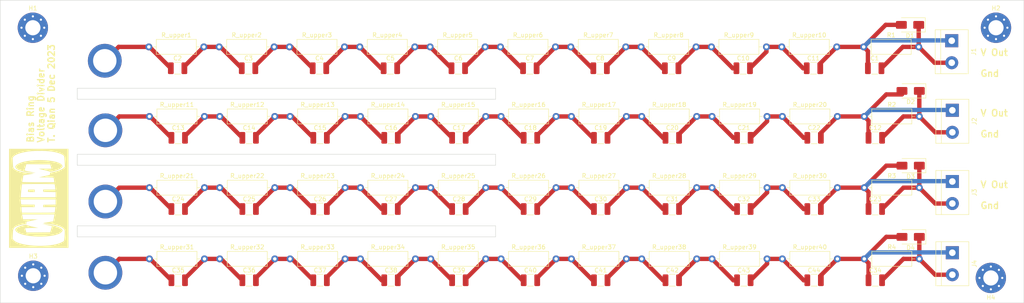
<source format=kicad_pcb>
(kicad_pcb (version 20221018) (generator pcbnew)

  (general
    (thickness 1.6)
  )

  (paper "A2")
  (layers
    (0 "F.Cu" signal)
    (31 "B.Cu" signal)
    (32 "B.Adhes" user "B.Adhesive")
    (33 "F.Adhes" user "F.Adhesive")
    (34 "B.Paste" user)
    (35 "F.Paste" user)
    (36 "B.SilkS" user "B.Silkscreen")
    (37 "F.SilkS" user "F.Silkscreen")
    (38 "B.Mask" user)
    (39 "F.Mask" user)
    (40 "Dwgs.User" user "User.Drawings")
    (41 "Cmts.User" user "User.Comments")
    (42 "Eco1.User" user "User.Eco1")
    (43 "Eco2.User" user "User.Eco2")
    (44 "Edge.Cuts" user)
    (45 "Margin" user)
    (46 "B.CrtYd" user "B.Courtyard")
    (47 "F.CrtYd" user "F.Courtyard")
    (48 "B.Fab" user)
    (49 "F.Fab" user)
    (50 "User.1" user)
    (51 "User.2" user)
    (52 "User.3" user)
    (53 "User.4" user)
    (54 "User.5" user)
    (55 "User.6" user)
    (56 "User.7" user)
    (57 "User.8" user)
    (58 "User.9" user)
  )

  (setup
    (pad_to_mask_clearance 0)
    (pcbplotparams
      (layerselection 0x00010fc_ffffffff)
      (plot_on_all_layers_selection 0x0000000_00000000)
      (disableapertmacros false)
      (usegerberextensions false)
      (usegerberattributes true)
      (usegerberadvancedattributes true)
      (creategerberjobfile true)
      (dashed_line_dash_ratio 12.000000)
      (dashed_line_gap_ratio 3.000000)
      (svgprecision 4)
      (plotframeref false)
      (viasonmask false)
      (mode 1)
      (useauxorigin false)
      (hpglpennumber 1)
      (hpglpenspeed 20)
      (hpglpendiameter 15.000000)
      (dxfpolygonmode true)
      (dxfimperialunits true)
      (dxfusepcbnewfont true)
      (psnegative false)
      (psa4output false)
      (plotreference true)
      (plotvalue true)
      (plotinvisibletext false)
      (sketchpadsonfab false)
      (subtractmaskfromsilk false)
      (outputformat 1)
      (mirror false)
      (drillshape 1)
      (scaleselection 1)
      (outputdirectory "")
    )
  )

  (net 0 "")
  (net 1 "V_out")
  (net 2 "Earth")
  (net 3 "V_in")
  (net 4 "Net-(C13-Pad2)")
  (net 5 "Net-(C14-Pad2)")
  (net 6 "Net-(C15-Pad2)")
  (net 7 "Net-(C16-Pad2)")
  (net 8 "Net-(C17-Pad2)")
  (net 9 "Net-(C18-Pad2)")
  (net 10 "Net-(C19-Pad2)")
  (net 11 "Net-(C20-Pad2)")
  (net 12 "Net-(C21-Pad2)")
  (net 13 "Net-(C24-Pad2)")
  (net 14 "Net-(C25-Pad2)")
  (net 15 "Net-(C26-Pad2)")
  (net 16 "Net-(C27-Pad2)")
  (net 17 "Net-(C28-Pad2)")
  (net 18 "Net-(C29-Pad2)")
  (net 19 "Net-(C30-Pad2)")
  (net 20 "Net-(C31-Pad2)")
  (net 21 "Net-(C32-Pad2)")
  (net 22 "Net-(C35-Pad2)")
  (net 23 "Net-(C36-Pad2)")
  (net 24 "Net-(C37-Pad2)")
  (net 25 "Net-(C38-Pad2)")
  (net 26 "Net-(C39-Pad2)")
  (net 27 "Net-(C40-Pad2)")
  (net 28 "Net-(C41-Pad2)")
  (net 29 "Net-(C42-Pad2)")
  (net 30 "Net-(C43-Pad2)")
  (net 31 "Net-(C2-Pad2)")
  (net 32 "Net-(C3-Pad2)")
  (net 33 "Net-(C4-Pad2)")
  (net 34 "Net-(C5-Pad2)")
  (net 35 "Net-(C6-Pad2)")
  (net 36 "Net-(C7-Pad2)")
  (net 37 "Net-(C8-Pad2)")
  (net 38 "Net-(C10-Pad1)")
  (net 39 "Net-(C10-Pad2)")

  (footprint "Capacitor_SMD:C_1210_3225Metric_Pad1.33x2.70mm_HandSolder" (layer "F.Cu") (at 147.753615 58.42))

  (footprint "Capacitor_SMD:C_1210_3225Metric_Pad1.33x2.70mm_HandSolder" (layer "F.Cu") (at 147.753615 74.853888))

  (footprint "Capacitor_SMD:C_1210_3225Metric_Pad1.33x2.70mm_HandSolder" (layer "F.Cu") (at 213.208615 91.287776))

  (footprint "Resistor_THT:R_Axial_DIN0309_L9.0mm_D3.2mm_P12.70mm_Horizontal" (layer "F.Cu") (at 189.653331 69.926112))

  (footprint "Capacitor_SMD:C_1210_3225Metric_Pad1.33x2.70mm_HandSolder" (layer "F.Cu") (at 66.473615 58.42))

  (footprint "TerminalBlock:TerminalBlock_bornier-2_P5.08mm" (layer "F.Cu") (at 245.11 52.07 -90))

  (footprint "Resistor_THT:R_Axial_DIN0309_L9.0mm_D3.2mm_P12.70mm_Horizontal" (layer "F.Cu") (at 224.79 86.36))

  (footprint "Capacitor_SMD:C_1210_3225Metric_Pad1.33x2.70mm_HandSolder" (layer "F.Cu") (at 196.85 42.366664))

  (footprint "Capacitor_SMD:C_1210_3225Metric_Pad1.33x2.70mm_HandSolder" (layer "F.Cu") (at 196.991115 91.287776))

  (footprint "Capacitor_SMD:C_1210_3225Metric_Pad1.33x2.70mm_HandSolder" (layer "F.Cu") (at 99.211391 91.287776))

  (footprint "Resistor_THT:R_Axial_DIN0309_L9.0mm_D3.2mm_P12.70mm_Horizontal" (layer "F.Cu") (at 189.653331 53.492224))

  (footprint "Capacitor_SMD:C_1210_3225Metric_Pad1.33x2.70mm_HandSolder" (layer "F.Cu") (at 163.971115 74.853888))

  (footprint "MountingHole:MountingHole_3.5mm_Pad_Via" (layer "F.Cu") (at 255.185 33.02))

  (footprint "Capacitor_SMD:C_1210_3225Metric_Pad1.33x2.70mm_HandSolder" (layer "F.Cu") (at 180.34 42.366664))

  (footprint "Resistor_THT:R_Axial_DIN0309_L9.0mm_D3.2mm_P12.70mm_Horizontal" (layer "F.Cu") (at 59.831115 86.36))

  (footprint "Capacitor_SMD:C_1210_3225Metric_Pad1.33x2.70mm_HandSolder" (layer "F.Cu") (at 99.211391 58.42))

  (footprint "MountingHole:My_Mount_Pad" (layer "F.Cu") (at 49.53 40.64))

  (footprint "Resistor_THT:R_Axial_DIN0309_L9.0mm_D3.2mm_P12.70mm_Horizontal" (layer "F.Cu") (at 157.197777 69.926112))

  (footprint "Resistor_THT:R_Axial_DIN0309_L9.0mm_D3.2mm_P12.70mm_Horizontal" (layer "F.Cu") (at 173.425554 69.926112))

  (footprint "Resistor_THT:R_Axial_DIN0309_L9.0mm_D3.2mm_P12.70mm_Horizontal" (layer "F.Cu") (at 140.828885 37.438888))

  (footprint "Capacitor_SMD:C_1210_3225Metric_Pad1.33x2.70mm_HandSolder" (layer "F.Cu") (at 213.0675 42.366664))

  (footprint "Capacitor_SMD:C_1210_3225Metric_Pad1.33x2.70mm_HandSolder" (layer "F.Cu") (at 227.33 74.853888))

  (footprint "Capacitor_SMD:C_1210_3225Metric_Pad1.33x2.70mm_HandSolder" (layer "F.Cu") (at 82.842503 74.853888))

  (footprint "TerminalBlock:TerminalBlock_bornier-2_P5.08mm" (layer "F.Cu") (at 245.11 68.503888 -90))

  (footprint "MountingHole:MountingHole_3.5mm_Pad_Via" (layer "F.Cu") (at 32.935 33.02))

  (footprint "Resistor_THT:R_Axial_DIN0309_L9.0mm_D3.2mm_P12.70mm_Horizontal" (layer "F.Cu") (at 224.648885 37.438888))

  (footprint "Capacitor_SMD:C_1210_3225Metric_Pad1.33x2.70mm_HandSolder" (layer "F.Cu") (at 115.439164 42.366664))

  (footprint "Resistor_THT:R_Axial_DIN0309_L9.0mm_D3.2mm_P12.70mm_Horizontal" (layer "F.Cu") (at 205.881115 86.36))

  (footprint "Resistor_THT:R_Axial_DIN0309_L9.0mm_D3.2mm_P12.70mm_Horizontal" (layer "F.Cu") (at 157.197777 53.492224))

  (footprint "Resistor_THT:R_Axial_DIN0309_L9.0mm_D3.2mm_P12.70mm_Horizontal" (layer "F.Cu") (at 140.97 53.492224))

  (footprint "Capacitor_SMD:C_1210_3225Metric_Pad1.33x2.70mm_HandSolder" (layer "F.Cu") (at 99.211391 74.853888))

  (footprint "MountingHole:My_Mount_Pad" (layer "F.Cu") (at 49.671115 73.127224))

  (footprint "Resistor_THT:R_Axial_DIN0309_L9.0mm_D3.2mm_P12.70mm_Horizontal" (layer "F.Cu") (at 205.881115 53.492224))

  (footprint "Capacitor_SMD:C_1210_3225Metric_Pad1.33x2.70mm_HandSolder" (layer "F.Cu") (at 82.842503 58.42))

  (footprint "Capacitor_SMD:C_1210_3225Metric_Pad1.33x2.70mm_HandSolder" (layer "F.Cu") (at 163.971115 91.287776))

  (footprint "Capacitor_SMD:C_1210_3225Metric_Pad1.33x2.70mm_HandSolder" (layer "F.Cu") (at 131.243615 58.42))

  (footprint "Resistor_THT:R_Axial_DIN0309_L9.0mm_D3.2mm_P12.70mm_Horizontal" (layer "F.Cu") (at 108.514446 69.926112))

  (footprint "Diode_SMD:D_SMA" (layer "F.Cu") (at 235.49 47.598888 180))

  (footprint "Capacitor_SMD:C_1210_3225Metric_Pad1.33x2.70mm_HandSolder" (layer "F.Cu") (at 115.580279 91.287776))

  (footprint "Resistor_THT:R_Axial_DIN0309_L9.0mm_D3.2mm_P12.70mm_Horizontal" (layer "F.Cu") (at 205.74 37.438888))

  (footprint "Capacitor_SMD:C_1210_3225Metric_Pad1.33x2.70mm_HandSolder" (layer "F.Cu") (at 66.473615 74.853888))

  (footprint "Resistor_THT:R_Axial_DIN0309_L9.0mm_D3.2mm_P12.70mm_Horizontal" (layer "F.Cu") (at 76.058892 86.36))

  (footprint "Resistor_THT:R_Axial_DIN0309_L9.0mm_D3.2mm_P12.70mm_Horizontal" (layer "F.Cu") (at 124.742223 69.926112))

  (footprint "Resistor_THT:R_Axial_DIN0309_L9.0mm_D3.2mm_P12.70mm_Horizontal" (layer "F.Cu") (at 124.601108 37.438888))

  (footprint "Capacitor_SMD:C_1210_3225Metric_Pad1.33x2.70mm_HandSolder" (layer "F.Cu") (at 131.1025 42.366664))

  (footprint "Capacitor_SMD:C_1210_3225Metric_Pad1.33x2.70mm_HandSolder" (layer "F.Cu") (at 147.6125 42.366664))

  (footprint "Capacitor_SMD:C_1210_3225Metric_Pad1.33x2.70mm_HandSolder" (layer "F.Cu") (at 180.481115 74.853888))

  (footprint "Resistor_THT:R_Axial_DIN0309_L9.0mm_D3.2mm_P12.70mm_Horizontal" (layer "F.Cu") (at 173.284439 37.438888))

  (footprint "Resistor_THT:R_Axial_DIN0309_L9.0mm_D3.2mm_P12.70mm_Horizontal" (layer "F.Cu") (at 108.514446 86.36))

  (footprint "Resistor_THT:R_Axial_DIN0309_L9.0mm_D3.2mm_P12.70mm_Horizontal" (layer "F.Cu") (at 173.425554 86.36))

  (footprint "Resistor_THT:R_Axial_DIN0309_L9.0mm_D3.2mm_P12.70mm_Horizontal" (layer "F.Cu") (at 173.425554 53.492224))

  (footprint "Capacitor_SMD:C_1210_3225Metric_Pad1.33x2.70mm_HandSolder" (layer "F.Cu")
    (tstamp 7c9db793-910e-4b40-95c7-09d6b1015af6)
    (at 180.481115 58.42)
    (descr "Capacitor SMD 1210 (3225 Metric), square (rectangular) end terminal, IPC_7351 nominal with elongated pad for handsoldering. (Body size source: IPC-SM-782 page 76, https://www.pcb-3d.com/wordpress/wp-content/uploads/ipc-sm-782a_amendment_1_and_2.pdf), generated with kicad-footprint-generator")
    (tags "capacitor handsolder")
    (property "Sheetfile" "/Users/tqian/Documents/Fusion/WHAM/Wham-Experiment/Wham-Bias/Bias Voltage Divider/Bias-VD-v2/Bias-VD-v2.kicad_sch")
    (property "Sheetname" "single_divider1")
    (property "ki_description" "Unpolarized capacitor")
    (property "ki_keywords" "cap capacitor")
    (path "/6de57c67-d828-4965-acd7-43990edf482a/b35abcc7-5069-4054-bf71-4153af0bb088")
    (attr smd)
    (fp_text reference "C20" (at 0 -2.3) (layer "F.SilkS")
        (effects (font (size 1 1) (thickness 0.15)))
      (tstamp a977f08b-e68f-446e-b684-ccc6f32a010d)
    )
    (fp_text value "100 pF" (at 0 2.3) (layer "F.Fab")
        (effects (font (size 1 1) (thickness 0.15)))
      (tstamp 4662c769-7281-43b2-88e7-c53260d6ef2e)
    )
    (fp_text user "${REFERENCE}" (at 0 0) (layer "F.Fab")
        (effects (font (size 0.8 0.8) (thickness 0.12)))
      (tstamp 6bd628c7-a441-4406-bca2-b761f44f3ba6)
    )
    (fp_line (start -0.711252 -1.36) (end 0.711252 -1.36)
      (stroke (width 0.12) (type solid)) (layer "F.SilkS") (tstamp 90551909-4b26-45b4-a695-0ecae6235e86))
    (fp_line (start -0.711252 1.36) (end 0.711252 1.36)
      (stroke (width 0.12) (type solid)) (layer "F.SilkS") (tstamp 316d0f69-4c84-43fc-b034-c3adbed14071))
    (fp_line (start -2.48 -1.6) (end 2.48 -1.6)
      (stroke (width 0.05) (type solid)) (layer "F.CrtYd") (tstamp f5ad0c71-f52f-4dbe-aba2-89f4efdb3d45))
    (fp_line (start -2.48 1.6) (end -2.48 -1.6)
      (stroke (width 0.05) (type solid)) (layer "F.CrtYd") (tstamp 6a528b06-32f9-49c5-830d-9c87b32c35af))
    (fp_line (start 2.48 -1.6) (end 2.48 1.6)
      (stroke (width 0.05) (type solid)) (layer "F.CrtYd") (tstamp 310539d2-d6bd-4383-a50e-bc44b8bd626c))
    (fp_line (start 2.48 1.6) (end -2.48 1.6)
      (stroke (width 0.05) (type solid)) (layer "F.CrtYd") (tstamp 95a3ea9c-49e4-4a0f-894a-baf249f88970))
    (fp_line (start -1.6 -1.25) (end 1.6 -1.25)
      (stroke (width 0.1) (type solid)) (layer "F.Fab") (tstamp 37103fd8-0b44-4bc7-8ba7-0af292e375fe))
    (fp_line (start -1.6 1.25) (end -1.6 -1.25)
      (stroke (width 0.1) (type solid)) (layer "F.Fab") (tstamp 1afb9365-87e0-496d-83c5-f271d94d74f9))
    (fp_line (start 1.6 -1.25) (end 1.6 1.25)
      (stroke (width 0.1)
... [261980 chars truncated]
</source>
